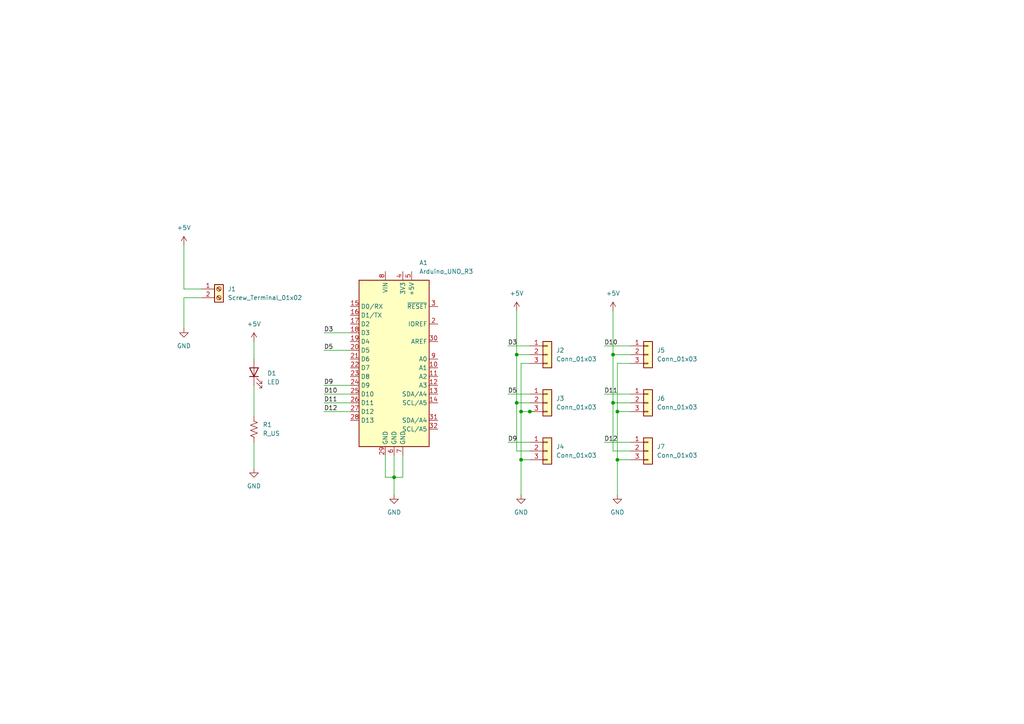
<source format=kicad_sch>
(kicad_sch (version 20230121) (generator eeschema)
  (paper "A4")
  (lib_symbols
    (symbol "Connector:Screw_Terminal_01x02" (pin_names (offset 1.016) hide)
      (property "Reference" "J" (at 0 2.54 0))
      (property "Value" "Screw_Terminal_01x02" (at 0 -5.08 0))
      (symbol "Screw_Terminal_01x02_1_1"
        (rectangle (start -1.27 1.27) (end 1.27 -3.81) (stroke (width 0.254)) (fill (type background)))
        (circle (center 0 -2.54) (radius 0.635) (stroke (width 0.1524)))
        (polyline (pts (xy -0.5334 -2.2098) (xy 0.3302 -3.048)) (stroke (width 0.1524)))
        (polyline (pts (xy -0.5334 0.3302) (xy 0.3302 -0.508)) (stroke (width 0.1524)))
        (polyline (pts (xy -0.3556 -2.032) (xy 0.508 -2.8702)) (stroke (width 0.1524)))
        (polyline (pts (xy -0.3556 0.508) (xy 0.508 -0.3302)) (stroke (width 0.1524)))
        (circle (center 0 0) (radius 0.635) (stroke (width 0.1524)))
        (pin passive line (at -5.08 0 0) (length 3.81) (name "Pin_1") (number "1"))
        (pin passive line (at -5.08 -2.54 0) (length 3.81) (name "Pin_2") (number "2"))
      )
    )
    (symbol "Connector_Generic:Conn_01x03" (pin_names (offset 1.016) hide)
      (property "Reference" "J" (at 0 5.08 0))
      (property "Value" "Conn_01x03" (at 0 -5.08 0))
      (symbol "Conn_01x03_1_1"
        (rectangle (start -1.27 -2.413) (end 0 -2.667) (stroke (width 0.1524)))
        (rectangle (start -1.27 0.127) (end 0 -0.127) (stroke (width 0.1524)))
        (rectangle (start -1.27 2.667) (end 0 2.413) (stroke (width 0.1524)))
        (rectangle (start -1.27 3.81) (end 1.27 -3.81) (stroke (width 0.254)) (fill (type background)))
        (pin passive line (at -5.08 2.54 0) (length 3.81) (name "Pin_1") (number "1"))
        (pin passive line (at -5.08 0 0) (length 3.81) (name "Pin_2") (number "2"))
        (pin passive line (at -5.08 -2.54 0) (length 3.81) (name "Pin_3") (number "3"))
      )
    )
    (symbol "Device:LED" (pin_numbers hide) (pin_names (offset 1.016) hide)
      (property "Reference" "D" (at 0 2.54 0))
      (property "Value" "LED" (at 0 -2.54 0))
      (symbol "LED_0_1"
        (polyline (pts (xy -1.27 -1.27) (xy -1.27 1.27)) (stroke (width 0.254)))
        (polyline (pts (xy -1.27 0) (xy 1.27 0)))
        (polyline (pts (xy 1.27 -1.27) (xy 1.27 1.27) (xy -1.27 0) (xy 1.27 -1.27)) (stroke (width 0.254)))
        (polyline (pts (xy -3.048 -0.762) (xy -4.572 -2.286) (xy -3.81 -2.286) (xy -4.572 -2.286) (xy -4.572 -1.524)))
        (polyline (pts (xy -1.778 -0.762) (xy -3.302 -2.286) (xy -2.54 -2.286) (xy -3.302 -2.286) (xy -3.302 -1.524)))
      )
      (symbol "LED_1_1"
        (pin passive line (at -3.81 0 0) (length 2.54) (name "K") (number "1"))
        (pin passive line (at 3.81 0 180) (length 2.54) (name "A") (number "2"))
      )
    )
    (symbol "Device:R_US" (pin_numbers hide) (pin_names (offset 0))
      (property "Reference" "R" (at 2.54 0 90))
      (property "Value" "R_US" (at -2.54 0 90))
      (symbol "R_US_0_1"
        (polyline (pts (xy 0 -2.286) (xy 0 -2.54)))
        (polyline (pts (xy 0 2.286) (xy 0 2.54)))
        (polyline (pts (xy 0 -0.762) (xy 1.016 -1.143) (xy 0 -1.524) (xy -1.016 -1.905) (xy 0 -2.286)))
        (polyline (pts (xy 0 0.762) (xy 1.016 0.381) (xy 0 0) (xy -1.016 -0.381) (xy 0 -0.762)))
        (polyline (pts (xy 0 2.286) (xy 1.016 1.905) (xy 0 1.524) (xy -1.016 1.143) (xy 0 0.762)))
      )
      (symbol "R_US_1_1"
        (pin passive line (at 0 3.81 270) (length 1.27) (name "~") (number "1"))
        (pin passive line (at 0 -3.81 90) (length 1.27) (name "~") (number "2"))
      )
    )
    (symbol "MCU_Module:Arduino_UNO_R3"
      (property "Reference" "A" (at -10.16 23.495 0))
      (property "Value" "Arduino_UNO_R3" (at 5.08 -26.67 0))
      (symbol "Arduino_UNO_R3_0_1"
        (rectangle (start -10.16 22.86) (end 10.16 -25.4) (stroke (width 0.254)) (fill (type background)))
      )
      (symbol "Arduino_UNO_R3_1_1"
        (pin no_connect line (at -10.16 -20.32 0) (length 2.54) hide (name "NC") (number "1"))
        (pin bidirectional line (at 12.7 -2.54 180) (length 2.54) (name "A1") (number "10"))
        (pin bidirectional line (at 12.7 -5.08 180) (length 2.54) (name "A2") (number "11"))
        (pin bidirectional line (at 12.7 -7.62 180) (length 2.54) (name "A3") (number "12"))
        (pin bidirectional line (at 12.7 -10.16 180) (length 2.54) (name "SDA/A4") (number "13"))
        (pin bidirectional line (at 12.7 -12.7 180) (length 2.54) (name "SCL/A5") (number "14"))
        (pin bidirectional line (at -12.7 15.24 0) (length 2.54) (name "D0/RX") (number "15"))
        (pin bidirectional line (at -12.7 12.7 0) (length 2.54) (name "D1/TX") (number "16"))
        (pin bidirectional line (at -12.7 10.16 0) (length 2.54) (name "D2") (number "17"))
        (pin bidirectional line (at -12.7 7.62 0) (length 2.54) (name "D3") (number "18"))
        (pin bidirectional line (at -12.7 5.08 0) (length 2.54) (name "D4") (number "19"))
        (pin output line (at 12.7 10.16 180) (length 2.54) (name "IOREF") (number "2"))
        (pin bidirectional line (at -12.7 2.54 0) (length 2.54) (name "D5") (number "20"))
        (pin bidirectional line (at -12.7 0 0) (length 2.54) (name "D6") (number "21"))
        (pin bidirectional line (at -12.7 -2.54 0) (length 2.54) (name "D7") (number "22"))
        (pin bidirectional line (at -12.7 -5.08 0) (length 2.54) (name "D8") (number "23"))
        (pin bidirectional line (at -12.7 -7.62 0) (length 2.54) (name "D9") (number "24"))
        (pin bidirectional line (at -12.7 -10.16 0) (length 2.54) (name "D10") (number "25"))
        (pin bidirectional line (at -12.7 -12.7 0) (length 2.54) (name "D11") (number "26"))
        (pin bidirectional line (at -12.7 -15.24 0) (length 2.54) (name "D12") (number "27"))
        (pin bidirectional line (at -12.7 -17.78 0) (length 2.54) (name "D13") (number "28"))
        (pin power_in line (at -2.54 -27.94 90) (length 2.54) (name "GND") (number "29"))
        (pin input line (at 12.7 15.24 180) (length 2.54) (name "~{RESET}") (number "3"))
        (pin input line (at 12.7 5.08 180) (length 2.54) (name "AREF") (number "30"))
        (pin bidirectional line (at 12.7 -17.78 180) (length 2.54) (name "SDA/A4") (number "31"))
        (pin bidirectional line (at 12.7 -20.32 180) (length 2.54) (name "SCL/A5") (number "32"))
        (pin power_out line (at 2.54 25.4 270) (length 2.54) (name "3V3") (number "4"))
        (pin power_out line (at 5.08 25.4 270) (length 2.54) (name "+5V") (number "5"))
        (pin power_in line (at 0 -27.94 90) (length 2.54) (name "GND") (number "6"))
        (pin power_in line (at 2.54 -27.94 90) (length 2.54) (name "GND") (number "7"))
        (pin power_in line (at -2.54 25.4 270) (length 2.54) (name "VIN") (number "8"))
        (pin bidirectional line (at 12.7 0 180) (length 2.54) (name "A0") (number "9"))
      )
    )
    (symbol "power:+5V" (power) (pin_names (offset 0))
      (property "Value" "+5V" (at 0 3.556 0))
      (symbol "+5V_0_1"
        (polyline (pts (xy -0.762 1.27) (xy 0 2.54)))
        (polyline (pts (xy 0 0) (xy 0 2.54)))
        (polyline (pts (xy 0 2.54) (xy 0.762 1.27)))
      )
      (symbol "+5V_1_1"
        (pin power_in line (at 0 0 90) (length 0) hide (name "+5V") (number "1"))
      )
    )
    (symbol "power:GND" (power) (pin_names (offset 0))
      (property "Value" "GND" (at 0 -3.81 0))
      (symbol "GND_0_1"
        (polyline (pts (xy 0 0) (xy 0 -1.27) (xy 1.27 -1.27) (xy 0 -2.54) (xy -1.27 -1.27) (xy 0 -1.27)))
      )
      (symbol "GND_1_1"
        (pin power_in line (at 0 0 270) (length 0) hide (name "GND") (number "1"))
      )
    )
  )
  (junction (at 149.86 102.87))
  (junction (at 153.67 119.38))
  (junction (at 179.07 133.35))
  (junction (at 151.13 133.35))
  (junction (at 177.8 102.87))
  (junction (at 151.13 119.38))
  (junction (at 177.8 116.84))
  (junction (at 114.3 138.43))
  (junction (at 149.86 116.84))
  (junction (at 179.07 119.38))
  (wire (pts (xy 179.07 119.38) (xy 179.07 133.35)))
  (wire (pts (xy 53.34 86.36) (xy 53.34 95.25)))
  (wire (pts (xy 177.8 116.84) (xy 177.8 130.81)))
  (wire (pts (xy 151.13 133.35) (xy 151.13 143.51)))
  (wire (pts (xy 93.98 101.6) (xy 101.6 101.6)))
  (wire (pts (xy 153.67 105.41) (xy 151.13 105.41)))
  (wire (pts (xy 151.13 105.41) (xy 151.13 119.38)))
  (wire (pts (xy 182.88 105.41) (xy 179.07 105.41)))
  (wire (pts (xy 73.66 111.76) (xy 73.66 120.65)))
  (wire (pts (xy 111.76 132.08) (xy 111.76 138.43)))
  (wire (pts (xy 149.86 90.17) (xy 149.86 102.87)))
  (wire (pts (xy 177.8 102.87) (xy 177.8 116.84)))
  (wire (pts (xy 151.13 119.38) (xy 153.67 119.38)))
  (wire (pts (xy 114.3 138.43) (xy 116.84 138.43)))
  (wire (pts (xy 93.98 96.52) (xy 101.6 96.52)))
  (wire (pts (xy 151.13 119.38) (xy 151.13 133.35)))
  (wire (pts (xy 175.26 128.27) (xy 182.88 128.27)))
  (wire (pts (xy 73.66 99.06) (xy 73.66 104.14)))
  (wire (pts (xy 177.8 90.17) (xy 177.8 102.87)))
  (wire (pts (xy 93.98 119.38) (xy 101.6 119.38)))
  (wire (pts (xy 149.86 102.87) (xy 153.67 102.87)))
  (wire (pts (xy 114.3 132.08) (xy 114.3 138.43)))
  (wire (pts (xy 153.67 119.38) (xy 154.94 119.38)))
  (wire (pts (xy 149.86 130.81) (xy 153.67 130.81)))
  (wire (pts (xy 53.34 71.12) (xy 53.34 83.82)))
  (wire (pts (xy 147.32 114.3) (xy 153.67 114.3)))
  (wire (pts (xy 149.86 116.84) (xy 153.67 116.84)))
  (wire (pts (xy 149.86 102.87) (xy 149.86 116.84)))
  (wire (pts (xy 116.84 132.08) (xy 116.84 138.43)))
  (wire (pts (xy 179.07 133.35) (xy 182.88 133.35)))
  (wire (pts (xy 114.3 138.43) (xy 114.3 143.51)))
  (wire (pts (xy 147.32 100.33) (xy 153.67 100.33)))
  (wire (pts (xy 177.8 130.81) (xy 182.88 130.81)))
  (wire (pts (xy 175.26 114.3) (xy 182.88 114.3)))
  (wire (pts (xy 93.98 111.76) (xy 101.6 111.76)))
  (wire (pts (xy 179.07 133.35) (xy 179.07 143.51)))
  (wire (pts (xy 177.8 116.84) (xy 182.88 116.84)))
  (wire (pts (xy 147.32 128.27) (xy 153.67 128.27)))
  (wire (pts (xy 177.8 102.87) (xy 182.88 102.87)))
  (wire (pts (xy 53.34 83.82) (xy 58.42 83.82)))
  (wire (pts (xy 73.66 128.27) (xy 73.66 135.89)))
  (wire (pts (xy 179.07 105.41) (xy 179.07 119.38)))
  (wire (pts (xy 58.42 86.36) (xy 53.34 86.36)))
  (wire (pts (xy 182.88 100.33) (xy 175.26 100.33)))
  (wire (pts (xy 93.98 114.3) (xy 101.6 114.3)))
  (wire (pts (xy 149.86 116.84) (xy 149.86 130.81)))
  (wire (pts (xy 111.76 138.43) (xy 114.3 138.43)))
  (wire (pts (xy 179.07 119.38) (xy 182.88 119.38)))
  (wire (pts (xy 151.13 133.35) (xy 153.67 133.35)))
  (wire (pts (xy 93.98 116.84) (xy 101.6 116.84)))
  (label "D9" (at 93.98 111.76 0))
  (label "D12" (at 93.98 119.38 0))
  (label "D5" (at 147.32 114.3 0))
  (label "D3" (at 93.98 96.52 0))
  (label "D11" (at 93.98 116.84 0))
  (label "D10" (at 93.98 114.3 0))
  (label "D10" (at 175.26 100.33 0))
  (label "D11" (at 175.26 114.3 0))
  (label "D9" (at 147.32 128.27 0))
  (label "D3" (at 147.32 100.33 0))
  (label "D12" (at 175.26 128.27 0))
  (label "D5" (at 93.98 101.6 0))
  (symbol (lib_id "Connector_Generic:Conn_01x03") (at 187.96 130.81 0) (unit 1)
    (property "Reference" "J7" (at 190.5 129.54 0) (effects (justify left)))
    (property "Value" "Conn_01x03" (at 190.5 132.08 0) (effects (justify left)))
    (property "Footprint" "Connector_PinHeader_2.54mm:PinHeader_1x03_P2.54mm_Vertical" (effects hide))
  )
  (symbol (lib_id "power:GND") (at 73.66 135.89 0) (unit 1)
    (property "Reference" "#PWR05" (effects hide))
    (property "Value" "GND" (at 73.66 140.97 0))
  )
  (symbol (lib_id "Device:R_US") (at 73.66 124.46 0) (unit 1)
    (property "Reference" "R1" (at 76.2 123.19 0) (effects (justify left)))
    (property "Value" "R_US" (at 76.2 125.73 0) (effects (justify left)))
    (property "Footprint" "Resistor_THT:R_Axial_DIN0207_L6.3mm_D2.5mm_P2.54mm_Vertical" (effects hide))
  )
  (symbol (lib_id "power:+5V") (at 177.8 90.17 0) (unit 1)
    (property "Reference" "#PWR011" (effects hide))
    (property "Value" "+5V" (at 177.8 85.09 0))
  )
  (symbol (lib_id "Device:LED") (at 73.66 107.95 90) (unit 1)
    (property "Reference" "D1" (at 77.47 108.2675 90) (effects (justify right)))
    (property "Value" "LED" (at 77.47 110.8075 90) (effects (justify right)))
    (property "Footprint" "LED_THT:LED_D5.0mm" (effects hide))
  )
  (symbol (lib_id "power:+5V") (at 149.86 90.17 0) (unit 1)
    (property "Reference" "#PWR010" (effects hide))
    (property "Value" "+5V" (at 149.86 85.09 0))
  )
  (symbol (lib_id "power:+5V") (at 53.34 71.12 0) (unit 1)
    (property "Reference" "#PWR03" (effects hide))
    (property "Value" "+5V" (at 53.34 66.04 0))
  )
  (symbol (lib_id "power:GND") (at 53.34 95.25 0) (unit 1)
    (property "Reference" "#PWR02" (effects hide))
    (property "Value" "GND" (at 53.34 100.33 0))
  )
  (symbol (lib_id "power:GND") (at 151.13 143.51 0) (unit 1)
    (property "Reference" "#PWR06" (effects hide))
    (property "Value" "GND" (at 151.13 148.59 0))
  )
  (symbol (lib_id "power:GND") (at 179.07 143.51 0) (unit 1)
    (property "Reference" "#PWR07" (effects hide))
    (property "Value" "GND" (at 179.07 148.59 0))
  )
  (symbol (lib_id "power:+5V") (at 73.66 99.06 0) (unit 1)
    (property "Reference" "#PWR012" (effects hide))
    (property "Value" "+5V" (at 73.66 93.98 0))
  )
  (symbol (lib_id "Connector:Screw_Terminal_01x02") (at 63.5 83.82 0) (unit 1)
    (property "Reference" "J1" (at 66.04 83.82 0) (effects (justify left)))
    (property "Value" "Screw_Terminal_01x02" (at 66.04 86.36 0) (effects (justify left)))
    (property "Footprint" "TerminalBlock_Altech:Altech_AK300_1x02_P5.00mm_45-Degree" (effects hide))
  )
  (symbol (lib_id "Connector_Generic:Conn_01x03") (at 158.75 102.87 0) (unit 1)
    (property "Reference" "J2" (at 161.29 101.6 0) (effects (justify left)))
    (property "Value" "Conn_01x03" (at 161.29 104.14 0) (effects (justify left)))
    (property "Footprint" "Connector_PinHeader_2.54mm:PinHeader_1x03_P2.54mm_Vertical" (effects hide))
  )
  (symbol (lib_id "Connector_Generic:Conn_01x03") (at 158.75 116.84 0) (unit 1)
    (property "Reference" "J3" (at 161.29 115.57 0) (effects (justify left)))
    (property "Value" "Conn_01x03" (at 161.29 118.11 0) (effects (justify left)))
    (property "Footprint" "Connector_PinHeader_2.54mm:PinHeader_1x03_P2.54mm_Vertical" (effects hide))
  )
  (symbol (lib_id "power:GND") (at 114.3 143.51 0) (unit 1)
    (property "Reference" "#PWR01" (effects hide))
    (property "Value" "GND" (at 114.3 148.59 0))
  )
  (symbol (lib_id "Connector_Generic:Conn_01x03") (at 158.75 130.81 0) (unit 1)
    (property "Reference" "J4" (at 161.29 129.54 0) (effects (justify left)))
    (property "Value" "Conn_01x03" (at 161.29 132.08 0) (effects (justify left)))
    (property "Footprint" "Connector_PinHeader_2.54mm:PinHeader_1x03_P2.54mm_Vertical" (effects hide))
  )
  (symbol (lib_id "Connector_Generic:Conn_01x03") (at 187.96 102.87 0) (unit 1)
    (property "Reference" "J5" (at 190.5 101.6 0) (effects (justify left)))
    (property "Value" "Conn_01x03" (at 190.5 104.14 0) (effects (justify left)))
    (property "Footprint" "Connector_PinHeader_2.54mm:PinHeader_1x03_P2.54mm_Vertical" (effects hide))
  )
  (symbol (lib_id "Connector_Generic:Conn_01x03") (at 187.96 116.84 0) (unit 1)
    (property "Reference" "J6" (at 190.5 115.57 0) (effects (justify left)))
    (property "Value" "Conn_01x03" (at 190.5 118.11 0) (effects (justify left)))
    (property "Footprint" "Connector_PinHeader_2.54mm:PinHeader_1x03_P2.54mm_Vertical" (effects hide))
  )
  (symbol (lib_id "MCU_Module:Arduino_UNO_R3") (at 114.3 104.14 0) (unit 1)
    (property "Reference" "A1" (at 121.5741 76.2 0) (effects (justify left)))
    (property "Value" "Arduino_UNO_R3" (at 121.5741 78.74 0) (effects (justify left)))
    (property "Footprint" "Module:Arduino_UNO_R3" (effects hide))
    (property "Datasheet" "https://www.arduino.cc/en/Main/arduinoBoardUno" (effects hide))
  )
)
</source>
